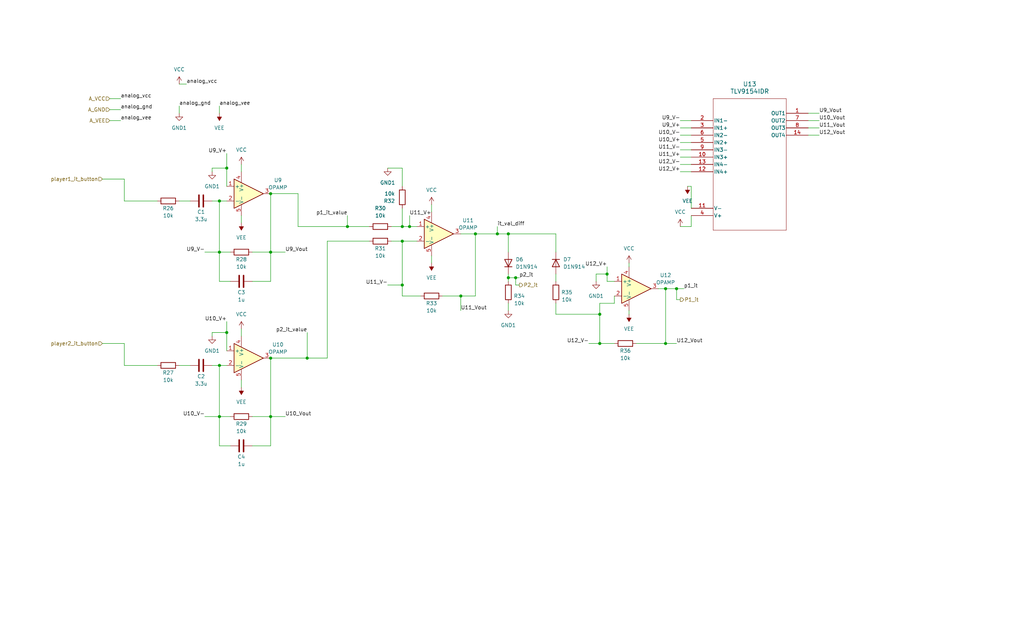
<source format=kicad_sch>
(kicad_sch (version 20230121) (generator eeschema)
  (paper "USLegal")
  (lib_symbols
    (symbol "Device:C" (pin_numbers hide) (pin_names (offset 0.254))
      (property "Reference" "C" (at 0.635 2.54 0))
      (property "Value" "C" (at 0.635 -2.54 0))
      (symbol "C_0_1"
        (polyline (pts (xy -2.032 -0.762) (xy 2.032 -0.762)) (stroke (width 0.508)))
        (polyline (pts (xy -2.032 0.762) (xy 2.032 0.762)) (stroke (width 0.508)))
      )
      (symbol "C_1_1"
        (pin passive line (at 0 3.81 270) (length 2.794) (name "~") (number "1"))
        (pin passive line (at 0 -3.81 90) (length 2.794) (name "~") (number "2"))
      )
    )
    (symbol "Device:D" (pin_numbers hide) (pin_names (offset 1.016) hide)
      (property "Reference" "D" (at 0 2.54 0))
      (property "Value" "D" (at 0 -2.54 0))
      (symbol "D_0_1"
        (polyline (pts (xy -1.27 1.27) (xy -1.27 -1.27)) (stroke (width 0.254)))
        (polyline (pts (xy 1.27 0) (xy -1.27 0)))
        (polyline (pts (xy 1.27 1.27) (xy 1.27 -1.27) (xy -1.27 0) (xy 1.27 1.27)) (stroke (width 0.254)))
      )
      (symbol "D_1_1"
        (pin passive line (at -3.81 0 0) (length 2.54) (name "K") (number "1"))
        (pin passive line (at 3.81 0 180) (length 2.54) (name "A") (number "2"))
      )
    )
    (symbol "Device:R" (pin_numbers hide) (pin_names (offset 0))
      (property "Reference" "R" (at 2.032 0 90))
      (property "Value" "R" (at 0 0 90))
      (symbol "R_0_1"
        (rectangle (start -1.016 -2.54) (end 1.016 2.54) (stroke (width 0.254)))
      )
      (symbol "R_1_1"
        (pin passive line (at 0 3.81 270) (length 1.27) (name "~") (number "1"))
        (pin passive line (at 0 -3.81 90) (length 1.27) (name "~") (number "2"))
      )
    )
    (symbol "Simulation_SPICE:OPAMP" (pin_names (offset 0.254))
      (property "Reference" "U" (at 3.81 3.175 0))
      (property "Value" "OPAMP" (at 3.81 -3.175 0))
      (symbol "OPAMP_0_1"
        (polyline (pts (xy 5.08 0) (xy -5.08 5.08) (xy -5.08 -5.08) (xy 5.08 0)) (stroke (width 0.254)) (fill (type background)))
      )
      (symbol "OPAMP_1_1"
        (pin input line (at -7.62 2.54 0) (length 2.54) (name "+") (number "1"))
        (pin input line (at -7.62 -2.54 0) (length 2.54) (name "-") (number "2"))
        (pin output line (at 7.62 0 180) (length 2.54) (name "~") (number "3"))
        (pin power_in line (at -2.54 7.62 270) (length 3.81) (name "V+") (number "4"))
        (pin power_in line (at -2.54 -7.62 90) (length 3.81) (name "V-") (number "5"))
      )
    )
    (symbol "power:GND1" (power) (pin_names (offset 0))
      (property "Value" "GND1" (at 0 -3.81 0))
      (symbol "GND1_0_1"
        (polyline (pts (xy 0 0) (xy 0 -1.27) (xy 1.27 -1.27) (xy 0 -2.54) (xy -1.27 -1.27) (xy 0 -1.27)))
      )
      (symbol "GND1_1_1"
        (pin power_in line (at 0 0 270) (length 0) hide (name "GND1") (number "1"))
      )
    )
    (symbol "power:VCC" (power) (pin_names (offset 0))
      (property "Value" "VCC" (at 0 3.81 0))
      (symbol "VCC_0_1"
        (polyline (pts (xy -0.762 1.27) (xy 0 2.54)))
        (polyline (pts (xy 0 0) (xy 0 2.54)))
        (polyline (pts (xy 0 2.54) (xy 0.762 1.27)))
      )
      (symbol "VCC_1_1"
        (pin power_in line (at 0 0 90) (length 0) hide (name "VCC") (number "1"))
      )
    )
    (symbol "power:VEE" (power) (pin_names (offset 0))
      (property "Value" "VEE" (at 0 3.81 0))
      (symbol "VEE_0_1"
        (polyline (pts (xy 0 0) (xy 0 2.54)))
        (polyline (pts (xy 0.762 1.27) (xy -0.762 1.27) (xy 0 2.54) (xy 0.762 1.27)) (fill (type outline)))
      )
      (symbol "VEE_1_1"
        (pin power_in line (at 0 0 90) (length 0) hide (name "VEE") (number "1"))
      )
    )
    (symbol "switched-tag-symbol-lib:TLV9154IDR" (pin_names (offset 0.254))
      (property "Reference" "U" (at 20.32 12.7 0))
      (property "Value" "TLV9154IDR" (at 20.32 10.16 0))
      (symbol "TLV9154IDR_0_1"
        (polyline (pts (xy 7.62 -38.1) (xy 33.02 -38.1)) (stroke (width 0.127)))
        (polyline (pts (xy 7.62 7.62) (xy 7.62 -38.1)) (stroke (width 0.127)))
        (polyline (pts (xy 33.02 -38.1) (xy 33.02 7.62)) (stroke (width 0.127)))
        (polyline (pts (xy 33.02 7.62) (xy 7.62 7.62)) (stroke (width 0.127)))
        (pin output line (at 40.64 2.54 180) (length 7.62) (name "OUT1") (number "1"))
        (pin input line (at 0 -12.7 0) (length 7.62) (name "IN3+") (number "10"))
        (pin power_in line (at 0 -30.48 0) (length 7.62) (name "V-") (number "11"))
        (pin input line (at 0 -17.78 0) (length 7.62) (name "IN4+") (number "12"))
        (pin input line (at 0 -15.24 0) (length 7.62) (name "IN4-") (number "13"))
        (pin output line (at 40.64 -5.08 180) (length 7.62) (name "OUT4") (number "14"))
        (pin input line (at 0 0 0) (length 7.62) (name "IN1-") (number "2"))
        (pin input line (at 0 -2.54 0) (length 7.62) (name "IN1+") (number "3"))
        (pin power_in line (at 0 -33.02 0) (length 7.62) (name "V+") (number "4"))
        (pin input line (at 0 -7.62 0) (length 7.62) (name "IN2+") (number "5"))
        (pin input line (at 0 -5.08 0) (length 7.62) (name "IN2-") (number "6"))
        (pin output line (at 40.64 0 180) (length 7.62) (name "OUT2") (number "7"))
        (pin output line (at 40.64 -2.54 180) (length 7.62) (name "OUT3") (number "8"))
        (pin input line (at 0 -10.16 0) (length 7.62) (name "IN3-") (number "9"))
      )
    )
  )
  (junction (at 93.98 67.31))
  (junction (at 172.72 81.28))
  (junction (at 93.98 144.78))
  (junction (at 78.74 115.57))
  (junction (at 231.14 119.38))
  (junction (at 139.7 99.06))
  (junction (at 176.53 96.52))
  (junction (at 142.24 78.74))
  (junction (at 139.7 78.74))
  (junction (at 165.1 81.28))
  (junction (at 210.82 95.25))
  (junction (at 234.95 100.33))
  (junction (at 208.28 119.38))
  (junction (at 78.74 58.42))
  (junction (at 176.53 81.28))
  (junction (at 139.7 83.82))
  (junction (at 179.07 96.52))
  (junction (at 208.28 109.22))
  (junction (at 76.2 69.85))
  (junction (at 231.14 100.33))
  (junction (at 93.98 87.63))
  (junction (at 160.02 102.87))
  (junction (at 76.2 127))
  (junction (at 76.2 144.78))
  (junction (at 76.2 87.63))
  (junction (at 120.65 78.74))
  (junction (at 106.68 124.46))
  (junction (at 93.98 124.46))
  (wire (pts (xy 176.53 95.25) (xy 176.53 96.52)))
  (wire (pts (xy 236.22 44.45) (xy 240.03 44.45)))
  (wire (pts (xy 80.01 97.79) (xy 76.2 97.79)))
  (wire (pts (xy 280.67 39.37) (xy 284.48 39.37)))
  (wire (pts (xy 103.505 78.74) (xy 103.505 67.31)))
  (wire (pts (xy 193.04 87.63) (xy 193.04 81.28)))
  (wire (pts (xy 228.6 100.33) (xy 231.14 100.33)))
  (wire (pts (xy 240.03 72.39) (xy 240.03 64.77)))
  (wire (pts (xy 234.95 100.33) (xy 237.49 100.33)))
  (wire (pts (xy 176.53 96.52) (xy 179.07 96.52)))
  (wire (pts (xy 38.1 38.1) (xy 41.91 38.1)))
  (wire (pts (xy 76.2 87.63) (xy 76.2 69.85)))
  (wire (pts (xy 62.23 29.21) (xy 64.77 29.21)))
  (wire (pts (xy 135.89 78.74) (xy 139.7 78.74)))
  (wire (pts (xy 146.05 102.87) (xy 139.7 102.87)))
  (wire (pts (xy 139.7 78.74) (xy 142.24 78.74)))
  (wire (pts (xy 236.22 41.91) (xy 240.03 41.91)))
  (wire (pts (xy 236.22 49.53) (xy 240.03 49.53)))
  (wire (pts (xy 236.22 54.61) (xy 240.03 54.61)))
  (wire (pts (xy 87.63 97.79) (xy 93.98 97.79)))
  (wire (pts (xy 213.36 102.87) (xy 213.36 105.41)))
  (wire (pts (xy 160.02 102.87) (xy 165.1 102.87)))
  (wire (pts (xy 165.1 102.87) (xy 165.1 81.28)))
  (wire (pts (xy 35.56 119.38) (xy 43.18 119.38)))
  (wire (pts (xy 193.04 81.28) (xy 176.53 81.28)))
  (wire (pts (xy 78.74 111.76) (xy 78.74 115.57)))
  (wire (pts (xy 142.24 74.93) (xy 142.24 78.74)))
  (wire (pts (xy 83.82 132.08) (xy 83.82 134.62)))
  (wire (pts (xy 176.53 81.28) (xy 172.72 81.28)))
  (wire (pts (xy 176.53 105.41) (xy 176.53 107.95)))
  (wire (pts (xy 193.04 105.41) (xy 193.04 109.22)))
  (wire (pts (xy 106.68 124.46) (xy 113.665 124.46)))
  (wire (pts (xy 210.82 92.71) (xy 210.82 95.25)))
  (wire (pts (xy 93.98 87.63) (xy 99.06 87.63)))
  (wire (pts (xy 193.04 109.22) (xy 208.28 109.22)))
  (wire (pts (xy 176.53 96.52) (xy 176.53 97.79)))
  (wire (pts (xy 208.28 119.38) (xy 208.28 109.22)))
  (wire (pts (xy 213.36 97.79) (xy 210.82 97.79)))
  (wire (pts (xy 80.01 154.94) (xy 76.2 154.94)))
  (wire (pts (xy 76.2 127) (xy 78.74 127)))
  (wire (pts (xy 193.04 95.25) (xy 193.04 97.79)))
  (wire (pts (xy 76.2 154.94) (xy 76.2 144.78)))
  (wire (pts (xy 218.44 107.95) (xy 218.44 109.22)))
  (wire (pts (xy 71.12 87.63) (xy 76.2 87.63)))
  (wire (pts (xy 179.07 96.52) (xy 180.34 96.52)))
  (wire (pts (xy 280.67 41.91) (xy 284.48 41.91)))
  (wire (pts (xy 54.61 69.85) (xy 43.18 69.85)))
  (wire (pts (xy 231.14 119.38) (xy 231.14 100.33)))
  (wire (pts (xy 236.22 46.99) (xy 240.03 46.99)))
  (wire (pts (xy 240.03 64.77) (xy 238.76 64.77)))
  (wire (pts (xy 73.66 69.85) (xy 76.2 69.85)))
  (wire (pts (xy 113.665 83.82) (xy 113.665 124.46)))
  (wire (pts (xy 139.7 102.87) (xy 139.7 99.06)))
  (wire (pts (xy 93.98 154.94) (xy 93.98 144.78)))
  (wire (pts (xy 106.68 115.57) (xy 106.68 124.46)))
  (wire (pts (xy 87.63 154.94) (xy 93.98 154.94)))
  (wire (pts (xy 218.44 91.44) (xy 218.44 92.71)))
  (wire (pts (xy 231.14 119.38) (xy 234.95 119.38)))
  (wire (pts (xy 83.82 114.3) (xy 83.82 116.84)))
  (wire (pts (xy 234.95 100.33) (xy 234.95 104.14)))
  (wire (pts (xy 71.12 144.78) (xy 76.2 144.78)))
  (wire (pts (xy 208.28 109.22) (xy 208.28 105.41)))
  (wire (pts (xy 62.23 69.85) (xy 66.04 69.85)))
  (wire (pts (xy 93.98 144.78) (xy 93.98 124.46)))
  (wire (pts (xy 78.74 115.57) (xy 73.66 115.57)))
  (wire (pts (xy 134.62 99.06) (xy 139.7 99.06)))
  (wire (pts (xy 83.82 57.15) (xy 83.82 59.69)))
  (wire (pts (xy 83.82 74.93) (xy 83.82 77.47)))
  (wire (pts (xy 113.665 83.82) (xy 128.27 83.82)))
  (wire (pts (xy 62.23 127) (xy 66.04 127)))
  (wire (pts (xy 78.74 121.92) (xy 78.74 115.57)))
  (wire (pts (xy 73.66 115.57) (xy 73.66 116.84)))
  (wire (pts (xy 204.47 119.38) (xy 208.28 119.38)))
  (wire (pts (xy 236.22 52.07) (xy 240.03 52.07)))
  (wire (pts (xy 160.02 102.87) (xy 160.02 107.95)))
  (wire (pts (xy 73.66 127) (xy 76.2 127)))
  (wire (pts (xy 76.2 69.85) (xy 78.74 69.85)))
  (wire (pts (xy 234.95 104.14) (xy 236.22 104.14)))
  (wire (pts (xy 78.74 53.34) (xy 78.74 58.42)))
  (wire (pts (xy 176.53 87.63) (xy 176.53 81.28)))
  (wire (pts (xy 165.1 81.28) (xy 172.72 81.28)))
  (wire (pts (xy 87.63 144.78) (xy 93.98 144.78)))
  (wire (pts (xy 139.7 58.42) (xy 134.62 58.42)))
  (wire (pts (xy 210.82 95.25) (xy 207.01 95.25)))
  (wire (pts (xy 120.65 78.74) (xy 128.27 78.74)))
  (wire (pts (xy 103.505 78.74) (xy 120.65 78.74)))
  (wire (pts (xy 142.24 78.74) (xy 144.78 78.74)))
  (wire (pts (xy 236.22 59.69) (xy 240.03 59.69)))
  (wire (pts (xy 240.03 74.93) (xy 240.03 78.74)))
  (wire (pts (xy 80.01 87.63) (xy 76.2 87.63)))
  (wire (pts (xy 93.98 67.31) (xy 103.505 67.31)))
  (wire (pts (xy 139.7 58.42) (xy 139.7 64.77)))
  (wire (pts (xy 78.74 64.77) (xy 78.74 58.42)))
  (wire (pts (xy 35.56 62.23) (xy 43.18 62.23)))
  (wire (pts (xy 93.98 124.46) (xy 106.68 124.46)))
  (wire (pts (xy 231.14 100.33) (xy 234.95 100.33)))
  (wire (pts (xy 213.36 119.38) (xy 208.28 119.38)))
  (wire (pts (xy 93.98 87.63) (xy 93.98 67.31)))
  (wire (pts (xy 76.2 144.78) (xy 76.2 127)))
  (wire (pts (xy 43.18 69.85) (xy 43.18 62.23)))
  (wire (pts (xy 76.2 36.83) (xy 76.2 39.37)))
  (wire (pts (xy 149.86 71.12) (xy 149.86 73.66)))
  (wire (pts (xy 54.61 127) (xy 43.18 127)))
  (wire (pts (xy 38.1 34.29) (xy 41.91 34.29)))
  (wire (pts (xy 38.1 41.91) (xy 41.91 41.91)))
  (wire (pts (xy 93.98 97.79) (xy 93.98 87.63)))
  (wire (pts (xy 210.82 97.79) (xy 210.82 95.25)))
  (wire (pts (xy 43.18 119.38) (xy 43.18 127)))
  (wire (pts (xy 135.89 83.82) (xy 139.7 83.82)))
  (wire (pts (xy 280.67 44.45) (xy 284.48 44.45)))
  (wire (pts (xy 120.65 74.93) (xy 120.65 78.74)))
  (wire (pts (xy 76.2 97.79) (xy 76.2 87.63)))
  (wire (pts (xy 78.74 58.42) (xy 73.66 58.42)))
  (wire (pts (xy 213.36 105.41) (xy 208.28 105.41)))
  (wire (pts (xy 153.67 102.87) (xy 160.02 102.87)))
  (wire (pts (xy 139.7 99.06) (xy 139.7 83.82)))
  (wire (pts (xy 73.66 58.42) (xy 73.66 59.69)))
  (wire (pts (xy 93.98 144.78) (xy 99.06 144.78)))
  (wire (pts (xy 62.23 36.83) (xy 62.23 39.37)))
  (wire (pts (xy 172.72 78.74) (xy 172.72 81.28)))
  (wire (pts (xy 80.01 144.78) (xy 76.2 144.78)))
  (wire (pts (xy 207.01 95.25) (xy 207.01 97.79)))
  (wire (pts (xy 87.63 87.63) (xy 93.98 87.63)))
  (wire (pts (xy 180.34 99.06) (xy 179.07 99.06)))
  (wire (pts (xy 179.07 99.06) (xy 179.07 96.52)))
  (wire (pts (xy 236.22 57.15) (xy 240.03 57.15)))
  (wire (pts (xy 139.7 72.39) (xy 139.7 78.74)))
  (wire (pts (xy 165.1 81.28) (xy 160.02 81.28)))
  (wire (pts (xy 280.67 46.99) (xy 284.48 46.99)))
  (wire (pts (xy 149.86 88.9) (xy 149.86 91.44)))
  (wire (pts (xy 139.7 83.82) (xy 144.78 83.82)))
  (wire (pts (xy 220.98 119.38) (xy 231.14 119.38)))
  (wire (pts (xy 240.03 78.74) (xy 236.22 78.74)))
  (label "p1_it" (at 237.49 100.33 0))
  (label "analog_vcc" (at 41.91 34.29 0))
  (label "U11_Vout" (at 284.48 44.45 0))
  (label "U11_V-" (at 134.62 99.06 180))
  (label "U12_V+" (at 210.82 92.71 180))
  (label "U11_V+" (at 236.22 54.61 180))
  (label "U12_V-" (at 204.47 119.38 180))
  (label "U9_V-" (at 236.22 41.91 180))
  (label "analog_vee" (at 76.2 36.83 0))
  (label "U12_Vout" (at 234.95 119.38 0))
  (label "U10_V+" (at 236.22 49.53 180))
  (label "analog_gnd" (at 62.23 36.83 0))
  (label "U12_V-" (at 236.22 57.15 180))
  (label "U9_V+" (at 78.74 53.34 180))
  (label "analog_gnd" (at 41.91 38.1 0))
  (label "U9_V-" (at 71.12 87.63 180))
  (label "U9_Vout" (at 284.48 39.37 0))
  (label "U12_V+" (at 236.22 59.69 180))
  (label "p1_it_value" (at 120.65 74.93 180))
  (label "p2_it_value" (at 106.68 115.57 180))
  (label "U9_V+" (at 236.22 44.45 180))
  (label "U10_Vout" (at 284.48 41.91 0))
  (label "U10_V-" (at 236.22 46.99 180))
  (label "U9_Vout" (at 99.06 87.63 0))
  (label "U11_Vout" (at 160.02 107.95 0))
  (label "U11_V+" (at 142.24 74.93 0))
  (label "U10_V+" (at 78.74 111.76 180))
  (label "p2_it" (at 180.34 96.52 0))
  (label "it_val_diff" (at 172.72 78.74 0))
  (label "U10_V-" (at 71.12 144.78 180))
  (label "U12_Vout" (at 284.48 46.99 0))
  (label "U10_Vout" (at 99.06 144.78 0))
  (label "analog_vee" (at 41.91 41.91 0))
  (label "U11_V-" (at 236.22 52.07 180))
  (label "analog_vcc" (at 64.77 29.21 0))
  (hierarchical_label "P2_it" (shape output) (at 180.34 99.06 0))
  (hierarchical_label "A_VEE" (shape input) (at 38.1 41.91 180))
  (hierarchical_label "A_GND" (shape input) (at 38.1 38.1 180))
  (hierarchical_label "P1_it" (shape output) (at 236.22 104.14 0))
  (hierarchical_label "A_VCC" (shape input) (at 38.1 34.29 180))
  (hierarchical_label "player2_it_button" (shape input) (at 35.56 119.38 180))
  (hierarchical_label "player1_it_button" (shape input) (at 35.56 62.23 180))
  (symbol (lib_id "Device:C") (at 83.82 154.94 270) (unit 1)
    (property "Reference" "C4" (at 83.82 158.75 90))
    (property "Value" "1u" (at 83.82 161.29 90))
    (property "Footprint" "Capacitor_SMD:C_0603_1608Metric" (effects hide))
  )
  (symbol (lib_id "Simulation_SPICE:OPAMP") (at 220.98 100.33 0) (unit 1) (in_bom no) (on_board no)
    (property "Reference" "U12" (at 231.14 95.631 0))
    (property "Value" "OPAMP" (at 231.14 98.171 0))
    (property "Sim.Device" "SUBCKT" (effects hide))
    (property "Sim.Pins" "1=1 2=2 3=28 4=99 5=50" (effects hide))
    (property "Sim.Library" "${SPICE_MODEL_DIR_REL}/Lm358.lib" (effects hide))
    (property "Sim.Name" "LM358/NS" (effects hide))
  )
  (symbol (lib_id "Device:R") (at 176.53 101.6 180) (unit 1)
    (property "Reference" "R34" (at 180.34 102.87 0))
    (property "Value" "10k" (at 180.34 105.41 0))
    (property "Footprint" "Resistor_SMD:R_0603_1608Metric" (effects hide))
  )
  (symbol (lib_id "power:GND1") (at 73.66 59.69 0) (unit 1)
    (property "Reference" "#PWR048" (effects hide))
    (property "Value" "GND1" (at 73.66 64.77 0))
  )
  (symbol (lib_id "power:VCC") (at 149.86 71.12 0) (unit 1)
    (property "Reference" "#PWR056" (effects hide))
    (property "Value" "VCC" (at 149.86 66.04 0))
  )
  (symbol (lib_id "Simulation_SPICE:OPAMP") (at 86.36 67.31 0) (unit 1) (in_bom no) (on_board no)
    (property "Reference" "U9" (at 96.52 62.611 0))
    (property "Value" "OPAMP" (at 96.52 65.151 0))
    (property "Sim.Device" "SUBCKT" (effects hide))
    (property "Sim.Pins" "1=1 2=2 3=28 4=99 5=50" (effects hide))
    (property "Sim.Library" "${SPICE_MODEL_DIR_REL}/Lm358.lib" (effects hide))
    (property "Sim.Name" "LM358/NS" (effects hide))
  )
  (symbol (lib_id "Device:R") (at 83.82 144.78 90) (unit 1)
    (property "Reference" "R29" (at 83.82 147.32 90))
    (property "Value" "10k" (at 83.82 149.86 90))
    (property "Footprint" "Resistor_SMD:R_0603_1608Metric" (effects hide))
  )
  (symbol (lib_id "Device:R") (at 58.42 127 90) (unit 1)
    (property "Reference" "R27" (at 58.42 129.54 90))
    (property "Value" "10k" (at 58.42 132.08 90))
    (property "Footprint" "Resistor_SMD:R_0603_1608Metric" (effects hide))
  )
  (symbol (lib_id "power:GND1") (at 62.23 39.37 0) (unit 1)
    (property "Reference" "#PWR047" (effects hide))
    (property "Value" "GND1" (at 62.23 44.45 0))
  )
  (symbol (lib_id "Device:R") (at 83.82 87.63 90) (unit 1)
    (property "Reference" "R28" (at 83.82 90.17 90))
    (property "Value" "10k" (at 83.82 92.71 90))
    (property "Footprint" "Resistor_SMD:R_0603_1608Metric" (effects hide))
  )
  (symbol (lib_id "Simulation_SPICE:OPAMP") (at 86.36 124.46 0) (unit 1) (in_bom no) (on_board no)
    (property "Reference" "U10" (at 96.52 119.761 0))
    (property "Value" "OPAMP" (at 96.52 122.301 0))
    (property "Sim.Device" "SUBCKT" (effects hide))
    (property "Sim.Pins" "1=1 2=2 3=28 4=99 5=50" (effects hide))
    (property "Sim.Library" "${SPICE_MODEL_DIR_REL}/Lm358.lib" (effects hide))
    (property "Sim.Name" "LM358/NS" (effects hide))
  )
  (symbol (lib_id "Device:R") (at 132.08 78.74 90) (unit 1)
    (property "Reference" "R30" (at 132.08 72.39 90))
    (property "Value" "10k" (at 132.08 74.93 90))
    (property "Footprint" "Resistor_SMD:R_0603_1608Metric" (effects hide))
  )
  (symbol (lib_id "power:VCC") (at 218.44 91.44 0) (unit 1)
    (property "Reference" "#PWR060" (effects hide))
    (property "Value" "VCC" (at 218.44 86.36 0))
  )
  (symbol (lib_id "Device:R") (at 193.04 101.6 180) (unit 1)
    (property "Reference" "R35" (at 196.85 101.6 0))
    (property "Value" "10k" (at 196.85 104.14 0))
    (property "Footprint" "Resistor_SMD:R_0603_1608Metric" (effects hide))
  )
  (symbol (lib_id "power:VCC") (at 83.82 114.3 0) (unit 1)
    (property "Reference" "#PWR053" (effects hide))
    (property "Value" "VCC" (at 83.82 109.22 0))
  )
  (symbol (lib_id "Device:C") (at 83.82 97.79 270) (unit 1)
    (property "Reference" "C3" (at 83.82 101.6 90))
    (property "Value" "1u" (at 83.82 104.14 90))
    (property "Footprint" "Capacitor_SMD:C_0603_1608Metric" (effects hide))
  )
  (symbol (lib_id "power:VEE") (at 238.76 64.77 180) (unit 1)
    (property "Reference" "#PWR067" (effects hide))
    (property "Value" "VEE" (at 238.76 69.85 0))
  )
  (symbol (lib_id "power:VCC") (at 236.22 78.74 0) (unit 1)
    (property "Reference" "#PWR066" (effects hide))
    (property "Value" "VCC" (at 236.22 73.66 0))
  )
  (symbol (lib_id "power:VEE") (at 76.2 39.37 180) (unit 1)
    (property "Reference" "#PWR050" (effects hide))
    (property "Value" "VEE" (at 76.2 44.45 0))
  )
  (symbol (lib_id "Device:D") (at 176.53 91.44 90) (unit 1)
    (property "Reference" "D6" (at 179.07 90.17 90) (effects (justify right)))
    (property "Value" "D1N914" (at 179.07 92.71 90) (effects (justify right)))
    (property "Footprint" "Diode_SMD:D_0603_1608Metric" (effects hide))
    (property "Datasheet" "1n914" (effects hide))
    (property "Sim.Library" "${SPICE_MODEL_DIR_REL}/1N914.lib" (effects hide))
    (property "Sim.Name" "D1N914" (effects hide))
    (property "Sim.Pins" "2=1 1=2" (effects hide))
  )
  (symbol (lib_id "power:VEE") (at 83.82 134.62 180) (unit 1)
    (property "Reference" "#PWR054" (effects hide))
    (property "Value" "VEE" (at 83.82 139.7 0))
  )
  (symbol (lib_id "power:GND1") (at 73.66 116.84 0) (unit 1)
    (property "Reference" "#PWR049" (effects hide))
    (property "Value" "GND1" (at 73.66 121.92 0))
  )
  (symbol (lib_id "Device:C") (at 69.85 127 270) (unit 1)
    (property "Reference" "C2" (at 69.85 130.81 90))
    (property "Value" "3.3u" (at 69.85 133.35 90))
    (property "Footprint" "Capacitor_SMD:C_0603_1608Metric" (effects hide))
  )
  (symbol (lib_id "power:VEE") (at 218.44 109.22 180) (unit 1)
    (property "Reference" "#PWR061" (effects hide))
    (property "Value" "VEE" (at 218.44 114.3 0))
  )
  (symbol (lib_id "power:GND1") (at 207.01 97.79 0) (unit 1)
    (property "Reference" "#PWR059" (effects hide))
    (property "Value" "GND1" (at 207.01 102.87 0))
  )
  (symbol (lib_id "Simulation_SPICE:OPAMP") (at 152.4 81.28 0) (unit 1) (in_bom no) (on_board no)
    (property "Reference" "U11" (at 162.56 76.581 0))
    (property "Value" "OPAMP" (at 162.56 79.121 0))
    (property "Sim.Device" "SUBCKT" (effects hide))
    (property "Sim.Pins" "1=1 2=2 3=28 4=99 5=50" (effects hide))
    (property "Sim.Library" "${SPICE_MODEL_DIR_REL}/Lm358.lib" (effects hide))
    (property "Sim.Name" "LM358/NS" (effects hide))
  )
  (symbol (lib_id "power:VEE") (at 83.82 77.47 180) (unit 1)
    (property "Reference" "#PWR052" (effects hide))
    (property "Value" "VEE" (at 83.82 82.55 0))
  )
  (symbol (lib_id "Device:C") (at 69.85 69.85 270) (unit 1)
    (property "Reference" "C1" (at 69.85 73.66 90))
    (property "Value" "3.3u" (at 69.85 76.2 90))
    (property "Footprint" "Capacitor_SMD:C_0603_1608Metric" (effects hide))
  )
  (symbol (lib_id "Device:R") (at 149.86 102.87 90) (unit 1)
    (property "Reference" "R33" (at 149.86 105.41 90))
    (property "Value" "10k" (at 149.86 107.95 90))
    (property "Footprint" "Resistor_SMD:R_0603_1608Metric" (effects hide))
  )
  (symbol (lib_id "power:GND1") (at 176.53 107.95 0) (unit 1)
    (property "Reference" "#PWR058" (effects hide))
    (property "Value" "GND1" (at 176.53 113.03 0))
  )
  (symbol (lib_id "Device:R") (at 132.08 83.82 90) (unit 1)
    (property "Reference" "R31" (at 132.08 86.36 90))
    (property "Value" "10k" (at 132.08 88.9 90))
    (property "Footprint" "Resistor_SMD:R_0603_1608Metric" (effects hide))
  )
  (symbol (lib_id "Device:D") (at 193.04 91.44 270) (unit 1)
    (property "Reference" "D7" (at 195.58 90.17 90) (effects (justify left)))
    (property "Value" "D1N914" (at 195.58 92.71 90) (effects (justify left)))
    (property "Footprint" "Diode_SMD:D_0603_1608Metric" (effects hide))
    (property "Datasheet" "1n914" (effects hide))
    (property "Sim.Library" "${SPICE_MODEL_DIR_REL}/1N914.lib" (effects hide))
    (property "Sim.Name" "D1N914" (effects hide))
    (property "Sim.Pins" "2=1 1=2" (effects hide))
  )
  (symbol (lib_id "switched-tag-symbol-lib:TLV9154IDR") (at 240.03 41.91 0) (unit 1)
    (property "Reference" "U13" (at 260.35 29.21 0) (effects (font (size 1.524 1.524))))
    (property "Value" "TLV9154IDR" (at 260.35 31.75 0) (effects (font (size 1.524 1.524))))
    (property "Footprint" "SOIC_9154IDR_TEX" (effects hide))
    (property "Datasheet" "TLV9154IDR" (effects hide))
    (property "Sim.Enable" "0" (effects hide))
  )
  (symbol (lib_id "power:VCC") (at 83.82 57.15 0) (unit 1)
    (property "Reference" "#PWR051" (effects hide))
    (property "Value" "VCC" (at 83.82 52.07 0))
  )
  (symbol (lib_id "power:VCC") (at 62.23 29.21 0) (unit 1)
    (property "Reference" "#PWR046" (effects hide))
    (property "Value" "VCC" (at 62.23 24.13 0))
  )
  (symbol (lib_id "Device:R") (at 58.42 69.85 90) (unit 1)
    (property "Reference" "R26" (at 58.42 72.39 90))
    (property "Value" "10k" (at 58.42 74.93 90))
    (property "Footprint" "Resistor_SMD:R_0603_1608Metric" (effects hide))
  )
  (symbol (lib_id "power:VEE") (at 149.86 91.44 180) (unit 1)
    (property "Reference" "#PWR057" (effects hide))
    (property "Value" "VEE" (at 149.86 96.52 0))
  )
  (symbol (lib_id "Device:R") (at 139.7 68.58 180) (unit 1)
    (property "Reference" "R32" (at 137.16 69.8501 0) (effects (justify left)))
    (property "Value" "10k" (at 137.16 67.3101 0) (effects (justify left)))
    (property "Footprint" "Resistor_SMD:R_0603_1608Metric" (effects hide))
  )
  (symbol (lib_id "power:GND1") (at 134.62 58.42 0) (unit 1)
    (property "Reference" "#PWR055" (effects hide))
    (property "Value" "GND1" (at 134.62 63.5 0))
  )
  (symbol (lib_id "Device:R") (at 217.17 119.38 270) (unit 1)
    (property "Reference" "R36" (at 217.17 121.92 90))
    (property "Value" "10k" (at 217.17 124.46 90))
    (property "Footprint" "Resistor_SMD:R_0603_1608Metric" (effects hide))
  )
)
</source>
